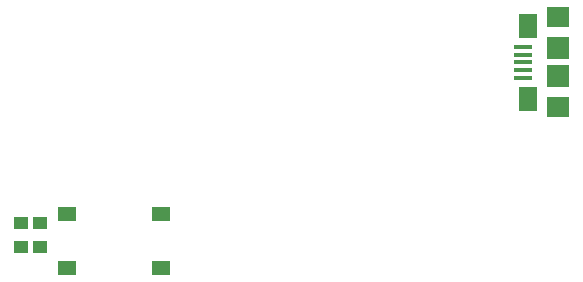
<source format=gtp>
G04*
G04 #@! TF.GenerationSoftware,Altium Limited,Altium Designer,21.1.1 (26)*
G04*
G04 Layer_Color=8421504*
%FSLAX25Y25*%
%MOIN*%
G70*
G04*
G04 #@! TF.SameCoordinates,D6B6CD0C-24BE-41C4-A853-45D6888EAD6D*
G04*
G04*
G04 #@! TF.FilePolarity,Positive*
G04*
G01*
G75*
%ADD14R,0.04724X0.04331*%
%ADD15R,0.06102X0.05118*%
%ADD16R,0.07480X0.07480*%
%ADD17R,0.07480X0.07087*%
%ADD18R,0.06496X0.01575*%
%ADD19R,0.06299X0.08268*%
D14*
X209500Y229566D02*
D03*
Y237834D02*
D03*
X215700Y229566D02*
D03*
Y237834D02*
D03*
D15*
X256250Y240558D02*
D03*
Y222842D02*
D03*
X224950D02*
D03*
Y240558D02*
D03*
D16*
X388400Y296024D02*
D03*
Y286576D02*
D03*
D17*
Y306261D02*
D03*
Y276339D02*
D03*
D18*
X376687Y291300D02*
D03*
Y288741D02*
D03*
Y286182D02*
D03*
Y293859D02*
D03*
Y296418D02*
D03*
D19*
X378361Y279095D02*
D03*
Y303505D02*
D03*
M02*

</source>
